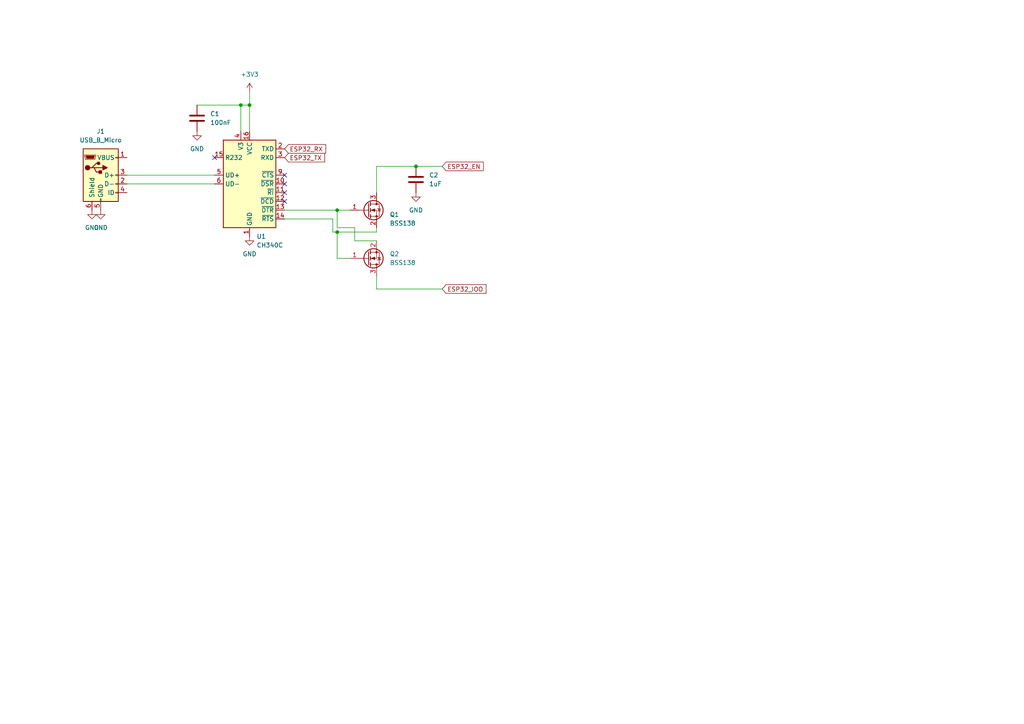
<source format=kicad_sch>
(kicad_sch (version 20211123) (generator eeschema)
  (paper "A4")
  (title_block (title "THG_SMD") (rev "1") (company "Otori.id"))
  (lib_symbols
    (symbol "Connector:USB_B_Micro" (pin_names (offset 1.016))
      (property "Reference" "J" (at -5.08 11.43 0))
      (property "Value" "USB_B_Micro" (at -5.08 8.89 0))
      (symbol "USB_B_Micro_0_1"
        (rectangle (start -5.08 -7.62) (end 5.08 7.62) (stroke (width 0.254)) (fill (type background)))
        (circle (center -3.81 2.159) (radius 0.635) (stroke (width 0.254)) (fill (type outline)))
        (circle (center -0.635 3.429) (radius 0.381) (stroke (width 0.254)) (fill (type outline)))
        (rectangle (start -0.127 -7.62) (end 0.127 -6.858))
        (polyline (pts (xy -1.905 2.159) (xy 0.635 2.159)) (stroke (width 0.254)))
        (polyline (pts (xy -3.175 2.159) (xy -2.54 2.159) (xy -1.27 3.429) (xy -0.635 3.429)) (stroke (width 0.254)))
        (polyline (pts (xy -2.54 2.159) (xy -1.905 2.159) (xy -1.27 0.889) (xy 0 0.889)) (stroke (width 0.254)))
        (polyline (pts (xy 0.635 2.794) (xy 0.635 1.524) (xy 1.905 2.159) (xy 0.635 2.794)) (stroke (width 0.254)) (fill (type outline)))
        (polyline (pts (xy -4.318 5.588) (xy -1.778 5.588) (xy -2.032 4.826) (xy -4.064 4.826) (xy -4.318 5.588)) (fill (type outline)))
        (polyline (pts (xy -4.699 5.842) (xy -4.699 5.588) (xy -4.445 4.826) (xy -4.445 4.572) (xy -1.651 4.572) (xy -1.651 4.826) (xy -1.397 5.588) (xy -1.397 5.842) (xy -4.699 5.842)))
        (rectangle (start 0.254 1.27) (end -0.508 0.508) (stroke (width 0.254)) (fill (type outline)))
        (rectangle (start 5.08 -5.207) (end 4.318 -4.953))
        (rectangle (start 5.08 -2.667) (end 4.318 -2.413))
        (rectangle (start 5.08 -0.127) (end 4.318 0.127))
        (rectangle (start 5.08 4.953) (end 4.318 5.207))
      )
      (symbol "USB_B_Micro_1_1"
        (pin power_out line (at 7.62 5.08 180) (length 2.54) (name "VBUS") (number "1"))
        (pin bidirectional line (at 7.62 -2.54 180) (length 2.54) (name "D-") (number "2"))
        (pin bidirectional line (at 7.62 0 180) (length 2.54) (name "D+") (number "3"))
        (pin passive line (at 7.62 -5.08 180) (length 2.54) (name "ID") (number "4"))
        (pin power_out line (at 0 -10.16 90) (length 2.54) (name "GND") (number "5"))
        (pin passive line (at -2.54 -10.16 90) (length 2.54) (name "Shield") (number "6"))
      )
    )
    (symbol "Device:C" (pin_numbers hide) (pin_names (offset 0.254))
      (property "Reference" "C" (at 0.635 2.54 0))
      (property "Value" "C" (at 0.635 -2.54 0))
      (symbol "C_0_1"
        (polyline (pts (xy -2.032 -0.762) (xy 2.032 -0.762)) (stroke (width 0.508)))
        (polyline (pts (xy -2.032 0.762) (xy 2.032 0.762)) (stroke (width 0.508)))
      )
      (symbol "C_1_1"
        (pin passive line (at 0 3.81 270) (length 2.794) (name "~") (number "1"))
        (pin passive line (at 0 -3.81 90) (length 2.794) (name "~") (number "2"))
      )
    )
    (symbol "Interface_USB:CH340C"
      (property "Reference" "U" (at -5.08 13.97 0))
      (property "Value" "CH340C" (at 1.27 13.97 0))
      (symbol "CH340C_0_1"
        (rectangle (start -7.62 12.7) (end 7.62 -12.7) (stroke (width 0.254)) (fill (type background)))
      )
      (symbol "CH340C_1_1"
        (pin power_in line (at 0 -15.24 90) (length 2.54) (name "GND") (number "1"))
        (pin input line (at 10.16 0 180) (length 2.54) (name "~{DSR}") (number "10"))
        (pin input line (at 10.16 -2.54 180) (length 2.54) (name "~{RI}") (number "11"))
        (pin input line (at 10.16 -5.08 180) (length 2.54) (name "~{DCD}") (number "12"))
        (pin output line (at 10.16 -7.62 180) (length 2.54) (name "~{DTR}") (number "13"))
        (pin output line (at 10.16 -10.16 180) (length 2.54) (name "~{RTS}") (number "14"))
        (pin input line (at -10.16 7.62 0) (length 2.54) (name "R232") (number "15"))
        (pin power_in line (at 0 15.24 270) (length 2.54) (name "VCC") (number "16"))
        (pin output line (at 10.16 10.16 180) (length 2.54) (name "TXD") (number "2"))
        (pin input line (at 10.16 7.62 180) (length 2.54) (name "RXD") (number "3"))
        (pin passive line (at -2.54 15.24 270) (length 2.54) (name "V3") (number "4"))
        (pin bidirectional line (at -10.16 2.54 0) (length 2.54) (name "UD+") (number "5"))
        (pin bidirectional line (at -10.16 0 0) (length 2.54) (name "UD-") (number "6"))
        (pin no_connect line (at -7.62 -7.62 0) (length 2.54) hide (name "NC") (number "7"))
        (pin no_connect line (at -7.62 -10.16 0) (length 2.54) hide (name "NC") (number "8"))
        (pin input line (at 10.16 2.54 180) (length 2.54) (name "~{CTS}") (number "9"))
      )
    )
    (symbol "Transistor_FET:BSS138" (pin_names hide)
      (property "Reference" "Q" (at 5.08 1.905 0))
      (property "Value" "BSS138" (at 5.08 0 0))
      (symbol "BSS138_0_1"
        (polyline (pts (xy 0.254 0) (xy -2.54 0)))
        (polyline (pts (xy 0.254 1.905) (xy 0.254 -1.905)) (stroke (width 0.254)))
        (polyline (pts (xy 0.762 -1.27) (xy 0.762 -2.286)) (stroke (width 0.254)))
        (polyline (pts (xy 0.762 0.508) (xy 0.762 -0.508)) (stroke (width 0.254)))
        (polyline (pts (xy 0.762 2.286) (xy 0.762 1.27)) (stroke (width 0.254)))
        (polyline (pts (xy 2.54 2.54) (xy 2.54 1.778)))
        (polyline (pts (xy 2.54 -2.54) (xy 2.54 0) (xy 0.762 0)))
        (polyline (pts (xy 0.762 -1.778) (xy 3.302 -1.778) (xy 3.302 1.778) (xy 0.762 1.778)))
        (polyline (pts (xy 1.016 0) (xy 2.032 0.381) (xy 2.032 -0.381) (xy 1.016 0)) (fill (type outline)))
        (polyline (pts (xy 2.794 0.508) (xy 2.921 0.381) (xy 3.683 0.381) (xy 3.81 0.254)))
        (polyline (pts (xy 3.302 0.381) (xy 2.921 -0.254) (xy 3.683 -0.254) (xy 3.302 0.381)))
        (circle (center 1.651 0) (radius 2.794) (stroke (width 0.254)))
        (circle (center 2.54 -1.778) (radius 0.254) (fill (type outline)))
        (circle (center 2.54 1.778) (radius 0.254) (fill (type outline)))
      )
      (symbol "BSS138_1_1"
        (pin input line (at -5.08 0 0) (length 2.54) (name "G") (number "1"))
        (pin passive line (at 2.54 -5.08 90) (length 2.54) (name "S") (number "2"))
        (pin passive line (at 2.54 5.08 270) (length 2.54) (name "D") (number "3"))
      )
    )
    (symbol "power:+3.3V" (power) (pin_names (offset 0))
      (property "Value" "+3.3V" (at 0 3.556 0))
      (symbol "+3.3V_0_1"
        (polyline (pts (xy -0.762 1.27) (xy 0 2.54)))
        (polyline (pts (xy 0 0) (xy 0 2.54)))
        (polyline (pts (xy 0 2.54) (xy 0.762 1.27)))
      )
      (symbol "+3.3V_1_1"
        (pin power_in line (at 0 0 90) (length 0) hide (name "+3V3") (number "1"))
      )
    )
    (symbol "power:GND" (power) (pin_names (offset 0))
      (property "Value" "GND" (at 0 -3.81 0))
      (symbol "GND_0_1"
        (polyline (pts (xy 0 0) (xy 0 -1.27) (xy 1.27 -1.27) (xy 0 -2.54) (xy -1.27 -1.27) (xy 0 -1.27)))
      )
      (symbol "GND_1_1"
        (pin power_in line (at 0 0 270) (length 0) hide (name "GND") (number "1"))
      )
    )
  )
  (junction (at 69.85 30.48))
  (junction (at 97.79 67.31))
  (junction (at 97.79 60.96))
  (junction (at 72.39 30.48))
  (junction (at 120.65 48.26))
  (no_connect (at 62.23 45.72))
  (no_connect (at 82.55 50.8))
  (no_connect (at 82.55 53.34))
  (no_connect (at 82.55 55.88))
  (no_connect (at 82.55 58.42))
  (wire (pts (xy 120.65 48.26) (xy 128.27 48.26)))
  (wire (pts (xy 82.55 63.5) (xy 96.52 63.5)))
  (wire (pts (xy 36.83 53.34) (xy 62.23 53.34)))
  (wire (pts (xy 102.87 69.85) (xy 109.22 69.85)))
  (wire (pts (xy 96.52 63.5) (xy 96.52 67.31)))
  (wire (pts (xy 109.22 67.31) (xy 97.79 67.31)))
  (wire (pts (xy 97.79 66.04) (xy 102.87 66.04)))
  (wire (pts (xy 109.22 48.26) (xy 109.22 55.88)))
  (wire (pts (xy 97.79 74.93) (xy 101.6 74.93)))
  (wire (pts (xy 97.79 60.96) (xy 97.79 66.04)))
  (wire (pts (xy 109.22 80.01) (xy 109.22 83.82)))
  (wire (pts (xy 109.22 48.26) (xy 120.65 48.26)))
  (wire (pts (xy 69.85 38.1) (xy 69.85 30.48)))
  (wire (pts (xy 109.22 83.82) (xy 128.27 83.82)))
  (wire (pts (xy 69.85 30.48) (xy 57.15 30.48)))
  (wire (pts (xy 36.83 50.8) (xy 62.23 50.8)))
  (wire (pts (xy 72.39 30.48) (xy 72.39 38.1)))
  (wire (pts (xy 69.85 30.48) (xy 72.39 30.48)))
  (wire (pts (xy 82.55 60.96) (xy 97.79 60.96)))
  (wire (pts (xy 97.79 60.96) (xy 101.6 60.96)))
  (wire (pts (xy 109.22 66.04) (xy 109.22 67.31)))
  (wire (pts (xy 72.39 26.67) (xy 72.39 30.48)))
  (wire (pts (xy 96.52 67.31) (xy 97.79 67.31)))
  (wire (pts (xy 97.79 67.31) (xy 97.79 74.93)))
  (wire (pts (xy 102.87 66.04) (xy 102.87 69.85)))
  (global_label "ESP32_RX" (shape input) (at 82.55 43.18 0) (property "Intersheet References" "${INTERSHEET_REFS}" (effects hide)))
  (global_label "ESP32_IOO" (shape input) (at 128.27 83.82 0) (property "Intersheet References" "${INTERSHEET_REFS}" (effects hide)))
  (global_label "ESP32_EN" (shape input) (at 128.27 48.26 0) (property "Intersheet References" "${INTERSHEET_REFS}" (effects hide)))
  (global_label "ESP32_TX" (shape input) (at 82.55 45.72 0) (property "Intersheet References" "${INTERSHEET_REFS}" (effects hide)))
  (symbol (lib_id "Transistor_FET:BSS138") (at 106.68 74.93 0) (mirror x) (unit 1)
    (property "Reference" "Q2" (at 113.03 73.6599 0) (effects (justify left)))
    (property "Value" "BSS138" (at 113.03 76.1999 0) (effects (justify left)))
    (property "Footprint" "Package_TO_SOT_SMD:SOT-23" (effects hide))
    (property "Datasheet" "https://www.onsemi.com/pub/Collateral/BSS138-D.PDF" (effects hide))
  )
  (symbol (lib_id "Transistor_FET:BSS138") (at 106.68 60.96 0) (unit 1)
    (property "Reference" "Q1" (at 113.03 62.23 0) (effects (justify left)))
    (property "Value" "BSS138" (at 113.03 64.77 0) (effects (justify left)))
    (property "Footprint" "Package_TO_SOT_SMD:SOT-23" (effects hide))
    (property "Datasheet" "https://www.onsemi.com/pub/Collateral/BSS138-D.PDF" (effects hide))
  )
  (symbol (lib_id "Interface_USB:CH340C") (at 72.39 53.34 0) (unit 1)
    (property "Reference" "U1" (at 74.4094 68.58 0) (effects (justify left)))
    (property "Value" "CH340C" (at 74.4094 71.12 0) (effects (justify left)))
    (property "Footprint" "Package_SO:SOIC-16_3.9x9.9mm_P1.27mm" (effects hide))
    (property "Datasheet" "https://datasheet.lcsc.com/szlcsc/Jiangsu-Qin-Heng-CH340C_C84681.pdf" (effects hide))
  )
  (symbol (lib_id "power:GND") (at 29.21 60.96 0) (unit 1)
    (property "Reference" "#PWR02" (effects hide))
    (property "Value" "GND" (at 29.21 66.04 0))
  )
  (symbol (lib_id "Device:C") (at 57.15 34.29 0) (mirror y) (unit 1)
    (property "Reference" "C1" (at 60.96 33.0199 0) (effects (justify right)))
    (property "Value" "100nF" (at 60.96 35.5599 0) (effects (justify right)))
    (property "Footprint" "Capacitor_SMD:C_0805_2012Metric" (effects hide))
  )
  (symbol (lib_id "power:GND") (at 72.39 68.58 0) (unit 1)
    (property "Reference" "#PWR05" (effects hide))
    (property "Value" "GND" (at 72.39 73.66 0))
  )
  (symbol (lib_id "power:GND") (at 120.65 55.88 0) (unit 1)
    (property "Reference" "#PWR06" (effects hide))
    (property "Value" "GND" (at 120.65 60.96 0))
  )
  (symbol (lib_id "Device:C") (at 120.65 52.07 0) (mirror y) (unit 1)
    (property "Reference" "C2" (at 124.46 50.7999 0) (effects (justify right)))
    (property "Value" "1uF" (at 124.46 53.3399 0) (effects (justify right)))
    (property "Footprint" "Capacitor_SMD:C_0805_2012Metric" (effects hide))
  )
  (symbol (lib_id "Connector:USB_B_Micro") (at 29.21 50.8 0) (unit 1)
    (property "Reference" "J1" (at 29.21 38.1 0))
    (property "Value" "USB_B_Micro" (at 29.21 40.64 0))
    (property "Footprint" "Connector_USB:USB_Micro-AB_Molex_47590-0001" (effects hide))
  )
  (symbol (lib_id "power:GND") (at 57.15 38.1 0) (unit 1)
    (property "Reference" "#PWR03" (effects hide))
    (property "Value" "GND" (at 57.15 43.18 0))
  )
  (symbol (lib_id "power:+3.3V") (at 72.39 26.67 0) (unit 1)
    (property "Reference" "#PWR04" (effects hide))
    (property "Value" "+3.3V" (at 72.39 21.59 0))
  )
  (symbol (lib_id "power:GND") (at 26.67 60.96 0) (unit 1)
    (property "Reference" "#PWR01" (effects hide))
    (property "Value" "GND" (at 26.67 66.04 0))
  )
)
</source>
